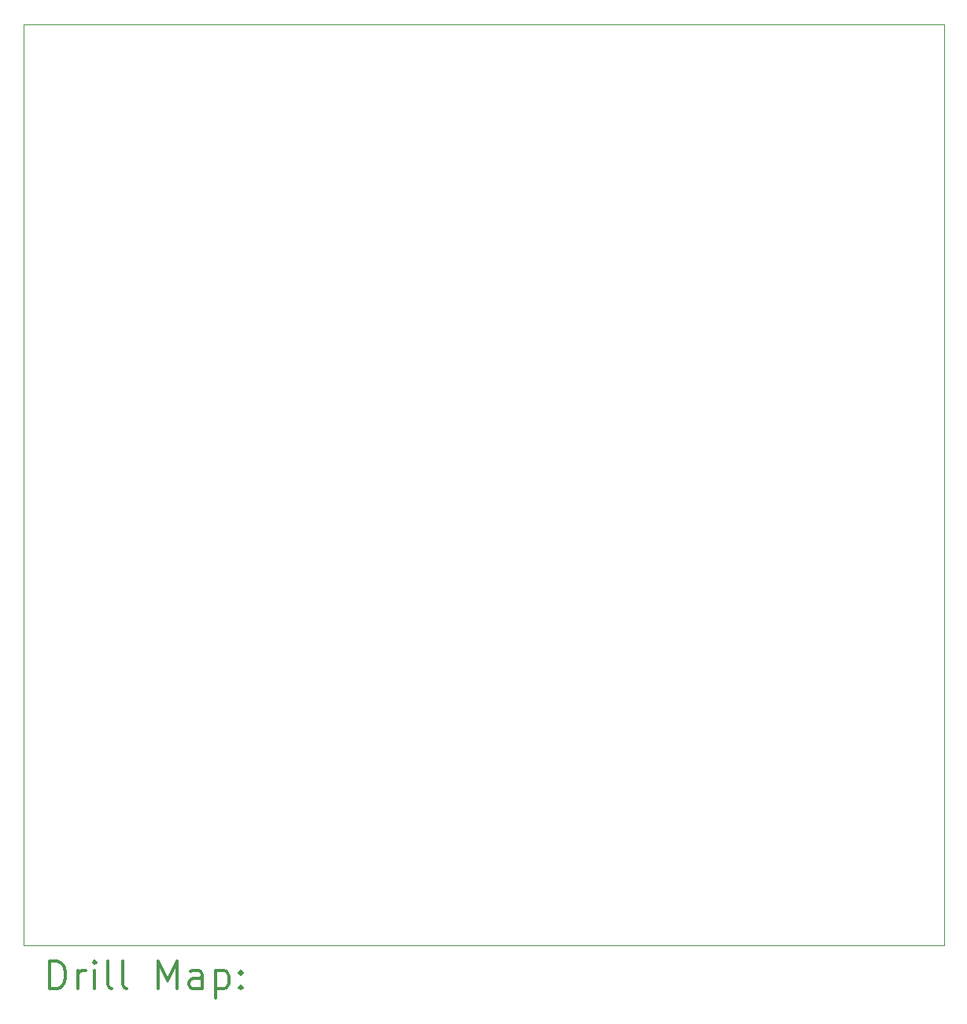
<source format=gbr>
%FSLAX45Y45*%
G04 Gerber Fmt 4.5, Leading zero omitted, Abs format (unit mm)*
G04 Created by KiCad (PCBNEW 5.1.12-1.fc34) date 2022-01-17 21:01:34*
%MOMM*%
%LPD*%
G01*
G04 APERTURE LIST*
%TA.AperFunction,Profile*%
%ADD10C,0.050000*%
%TD*%
%ADD11C,0.200000*%
%ADD12C,0.300000*%
G04 APERTURE END LIST*
D10*
X6350000Y-6350000D02*
X16256000Y-6350000D01*
X6350000Y-16256000D02*
X6350000Y-6350000D01*
X16256000Y-16256000D02*
X6350000Y-16256000D01*
X16256000Y-6350000D02*
X16256000Y-16256000D01*
D11*
D12*
X6633928Y-16724214D02*
X6633928Y-16424214D01*
X6705357Y-16424214D01*
X6748214Y-16438500D01*
X6776786Y-16467071D01*
X6791071Y-16495643D01*
X6805357Y-16552786D01*
X6805357Y-16595643D01*
X6791071Y-16652786D01*
X6776786Y-16681357D01*
X6748214Y-16709929D01*
X6705357Y-16724214D01*
X6633928Y-16724214D01*
X6933928Y-16724214D02*
X6933928Y-16524214D01*
X6933928Y-16581357D02*
X6948214Y-16552786D01*
X6962500Y-16538500D01*
X6991071Y-16524214D01*
X7019643Y-16524214D01*
X7119643Y-16724214D02*
X7119643Y-16524214D01*
X7119643Y-16424214D02*
X7105357Y-16438500D01*
X7119643Y-16452786D01*
X7133928Y-16438500D01*
X7119643Y-16424214D01*
X7119643Y-16452786D01*
X7305357Y-16724214D02*
X7276786Y-16709929D01*
X7262500Y-16681357D01*
X7262500Y-16424214D01*
X7462500Y-16724214D02*
X7433928Y-16709929D01*
X7419643Y-16681357D01*
X7419643Y-16424214D01*
X7805357Y-16724214D02*
X7805357Y-16424214D01*
X7905357Y-16638500D01*
X8005357Y-16424214D01*
X8005357Y-16724214D01*
X8276786Y-16724214D02*
X8276786Y-16567071D01*
X8262500Y-16538500D01*
X8233928Y-16524214D01*
X8176786Y-16524214D01*
X8148214Y-16538500D01*
X8276786Y-16709929D02*
X8248214Y-16724214D01*
X8176786Y-16724214D01*
X8148214Y-16709929D01*
X8133928Y-16681357D01*
X8133928Y-16652786D01*
X8148214Y-16624214D01*
X8176786Y-16609929D01*
X8248214Y-16609929D01*
X8276786Y-16595643D01*
X8419643Y-16524214D02*
X8419643Y-16824214D01*
X8419643Y-16538500D02*
X8448214Y-16524214D01*
X8505357Y-16524214D01*
X8533928Y-16538500D01*
X8548214Y-16552786D01*
X8562500Y-16581357D01*
X8562500Y-16667071D01*
X8548214Y-16695643D01*
X8533928Y-16709929D01*
X8505357Y-16724214D01*
X8448214Y-16724214D01*
X8419643Y-16709929D01*
X8691071Y-16695643D02*
X8705357Y-16709929D01*
X8691071Y-16724214D01*
X8676786Y-16709929D01*
X8691071Y-16695643D01*
X8691071Y-16724214D01*
X8691071Y-16538500D02*
X8705357Y-16552786D01*
X8691071Y-16567071D01*
X8676786Y-16552786D01*
X8691071Y-16538500D01*
X8691071Y-16567071D01*
M02*

</source>
